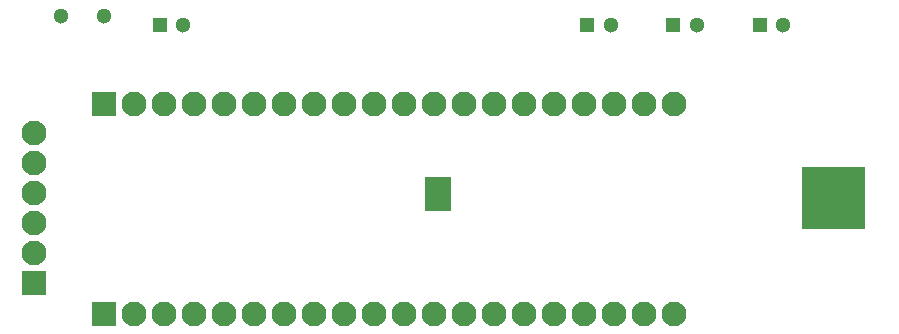
<source format=gbr>
G04 DipTrace 4.3.0.5*
G04 BottomMask.gbr*
%MOMM*%
G04 #@! TF.FileFunction,Soldermask,Bot*
G04 #@! TF.Part,Single*
%ADD36C,2.1*%
%ADD38R,2.1X2.1*%
%ADD40C,1.3*%
%ADD42R,1.3X1.3*%
%ADD44C,0.4*%
%ADD54C,1.3*%
%FSLAX35Y35*%
G04*
G71*
G90*
G75*
G01*
G04 BotMask*
%LPD*%
D54*
X-3063873Y1635127D3*
X-2698750D3*
D44*
X3658373Y276860D3*
Y-90140D3*
X3474873Y276860D3*
X3658373Y93360D3*
X3474873Y-90140D3*
X3462873Y93360D3*
X3291373Y-90140D3*
Y276860D3*
Y93360D3*
D42*
X-2227250Y1556000D3*
D40*
X-2027250D3*
D38*
X-2701000Y889000D3*
D36*
X-2447000D3*
X-2193000D3*
X-1939000D3*
X-1685000D3*
X-1431000D3*
X-1177000D3*
X-923000D3*
X-669000D3*
X-415000D3*
X-161000D3*
X93000D3*
X347000D3*
X601000D3*
X855000D3*
X1109000D3*
X1363000D3*
X1617000D3*
X1871000D3*
X2125000D3*
D38*
X-2701000Y-889000D3*
D36*
X-2447000D3*
X-2193000D3*
X-1939000D3*
X-1685000D3*
X-1431000D3*
X-1177000D3*
X-923000D3*
X-669000D3*
X-415000D3*
X-161000D3*
X93000D3*
X347000D3*
X601000D3*
X855000D3*
X1109000D3*
X1363000D3*
X1617000D3*
X1871000D3*
X2125000D3*
D42*
X2122497Y1556000D3*
D40*
X2322497D3*
D42*
X1392250D3*
D40*
X1592250D3*
D42*
X2852750D3*
D40*
X3052750D3*
D38*
X-3293427Y-629970D3*
D36*
Y-375970D3*
Y-121970D3*
Y132030D3*
Y386030D3*
Y640030D3*
G36*
X3206750Y349250D2*
X3746500D1*
Y-174627D1*
X3206750D1*
Y349250D1*
G37*
G36*
X15873Y269873D2*
X238127D1*
Y-15873D1*
X15873D1*
Y269873D1*
G37*
M02*

</source>
